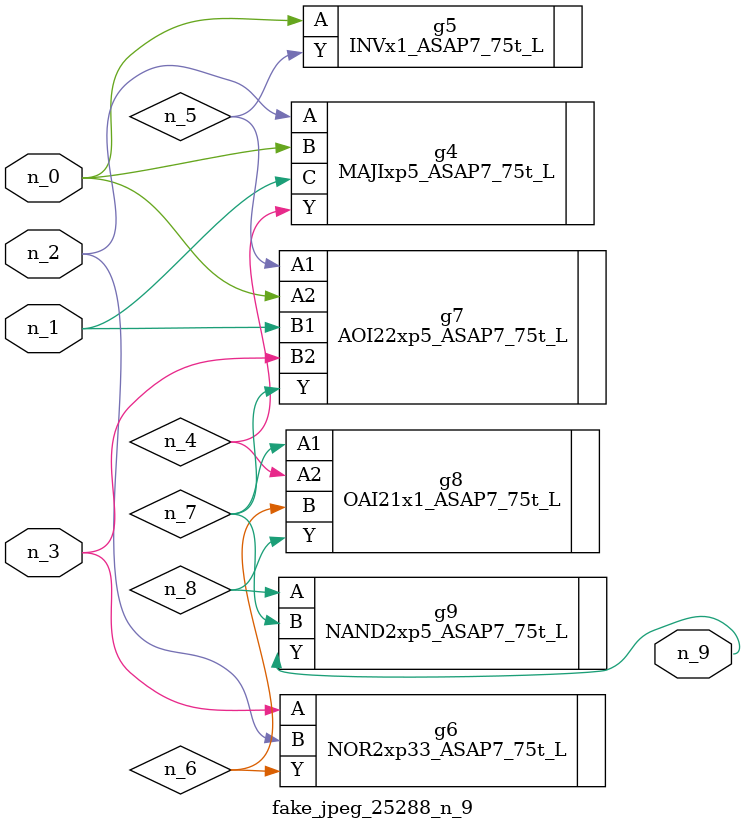
<source format=v>
module fake_jpeg_25288_n_9 (n_0, n_3, n_2, n_1, n_9);

input n_0;
input n_3;
input n_2;
input n_1;

output n_9;

wire n_4;
wire n_8;
wire n_6;
wire n_5;
wire n_7;

MAJIxp5_ASAP7_75t_L g4 ( 
.A(n_2),
.B(n_0),
.C(n_1),
.Y(n_4)
);

INVx1_ASAP7_75t_L g5 ( 
.A(n_0),
.Y(n_5)
);

NOR2xp33_ASAP7_75t_L g6 ( 
.A(n_3),
.B(n_2),
.Y(n_6)
);

AOI22xp5_ASAP7_75t_L g7 ( 
.A1(n_5),
.A2(n_0),
.B1(n_1),
.B2(n_3),
.Y(n_7)
);

OAI21x1_ASAP7_75t_L g8 ( 
.A1(n_7),
.A2(n_4),
.B(n_6),
.Y(n_8)
);

NAND2xp5_ASAP7_75t_L g9 ( 
.A(n_8),
.B(n_7),
.Y(n_9)
);


endmodule
</source>
